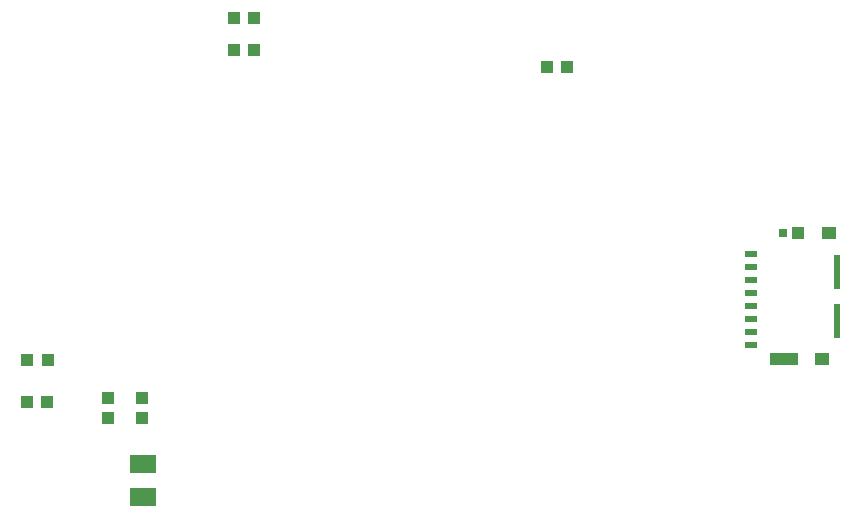
<source format=gbr>
G04 EAGLE Gerber RS-274X export*
G75*
%MOMM*%
%FSLAX34Y34*%
%LPD*%
%INSolderpaste Bottom*%
%IPPOS*%
%AMOC8*
5,1,8,0,0,1.08239X$1,22.5*%
G01*
%ADD10R,1.000000X1.100000*%
%ADD11R,1.100000X1.000000*%
%ADD12R,1.000000X0.500000*%
%ADD13R,2.390000X1.050000*%
%ADD14R,1.200000X1.050000*%
%ADD15R,0.780000X0.720000*%
%ADD16R,1.080000X1.050000*%
%ADD17R,0.550000X2.910000*%
%ADD18R,2.200000X1.600000*%


D10*
X127400Y435300D03*
X127400Y418300D03*
D11*
X59100Y431700D03*
X76100Y431700D03*
X59500Y467300D03*
X76500Y467300D03*
D10*
X156200Y435200D03*
X156200Y418200D03*
D12*
X672350Y557100D03*
X672350Y546100D03*
X672350Y535100D03*
X672350Y524100D03*
X672350Y513100D03*
X672350Y502100D03*
X672350Y491100D03*
X672350Y480100D03*
D13*
X700400Y468350D03*
D14*
X732250Y468350D03*
D15*
X699150Y574700D03*
D16*
X711850Y574850D03*
D14*
X737950Y574850D03*
D17*
X744700Y500150D03*
X744700Y542050D03*
D18*
X157500Y351100D03*
X157500Y379100D03*
D10*
X499400Y715100D03*
X516400Y715100D03*
D11*
X234600Y729300D03*
X251600Y729300D03*
X234600Y756800D03*
X251600Y756800D03*
M02*

</source>
